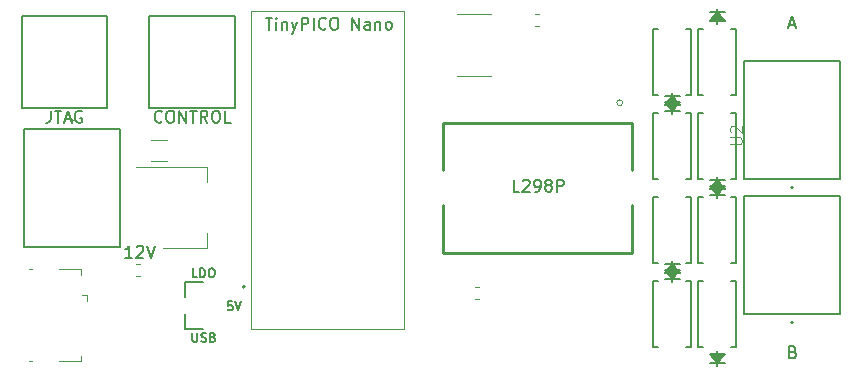
<source format=gbr>
%TF.GenerationSoftware,KiCad,Pcbnew,5.1.9-2.fc34*%
%TF.CreationDate,2021-04-30T18:49:43-07:00*%
%TF.ProjectId,motorbrainz,6d6f746f-7262-4726-9169-6e7a2e6b6963,1.0*%
%TF.SameCoordinates,Original*%
%TF.FileFunction,Legend,Top*%
%TF.FilePolarity,Positive*%
%FSLAX46Y46*%
G04 Gerber Fmt 4.6, Leading zero omitted, Abs format (unit mm)*
G04 Created by KiCad (PCBNEW 5.1.9-2.fc34) date 2021-04-30 18:49:43*
%MOMM*%
%LPD*%
G01*
G04 APERTURE LIST*
%ADD10C,0.150000*%
%ADD11C,0.120000*%
%ADD12C,0.200000*%
%ADD13C,0.254000*%
%ADD14C,0.100000*%
%ADD15C,0.127000*%
%ADD16C,0.152400*%
%ADD17C,0.015000*%
G04 APERTURE END LIST*
D10*
X110093142Y-111222285D02*
X109736000Y-111222285D01*
X109700285Y-111579428D01*
X109736000Y-111543714D01*
X109807428Y-111508000D01*
X109986000Y-111508000D01*
X110057428Y-111543714D01*
X110093142Y-111579428D01*
X110128857Y-111650857D01*
X110128857Y-111829428D01*
X110093142Y-111900857D01*
X110057428Y-111936571D01*
X109986000Y-111972285D01*
X109807428Y-111972285D01*
X109736000Y-111936571D01*
X109700285Y-111900857D01*
X110343142Y-111222285D02*
X110593142Y-111972285D01*
X110843142Y-111222285D01*
X107121785Y-109178285D02*
X106764642Y-109178285D01*
X106764642Y-108428285D01*
X107371785Y-109178285D02*
X107371785Y-108428285D01*
X107550357Y-108428285D01*
X107657500Y-108464000D01*
X107728928Y-108535428D01*
X107764642Y-108606857D01*
X107800357Y-108749714D01*
X107800357Y-108856857D01*
X107764642Y-108999714D01*
X107728928Y-109071142D01*
X107657500Y-109142571D01*
X107550357Y-109178285D01*
X107371785Y-109178285D01*
X108264642Y-108428285D02*
X108407500Y-108428285D01*
X108478928Y-108464000D01*
X108550357Y-108535428D01*
X108586071Y-108678285D01*
X108586071Y-108928285D01*
X108550357Y-109071142D01*
X108478928Y-109142571D01*
X108407500Y-109178285D01*
X108264642Y-109178285D01*
X108193214Y-109142571D01*
X108121785Y-109071142D01*
X108086071Y-108928285D01*
X108086071Y-108678285D01*
X108121785Y-108535428D01*
X108193214Y-108464000D01*
X108264642Y-108428285D01*
X106711071Y-113889285D02*
X106711071Y-114496428D01*
X106746785Y-114567857D01*
X106782500Y-114603571D01*
X106853928Y-114639285D01*
X106996785Y-114639285D01*
X107068214Y-114603571D01*
X107103928Y-114567857D01*
X107139642Y-114496428D01*
X107139642Y-113889285D01*
X107461071Y-114603571D02*
X107568214Y-114639285D01*
X107746785Y-114639285D01*
X107818214Y-114603571D01*
X107853928Y-114567857D01*
X107889642Y-114496428D01*
X107889642Y-114425000D01*
X107853928Y-114353571D01*
X107818214Y-114317857D01*
X107746785Y-114282142D01*
X107603928Y-114246428D01*
X107532500Y-114210714D01*
X107496785Y-114175000D01*
X107461071Y-114103571D01*
X107461071Y-114032142D01*
X107496785Y-113960714D01*
X107532500Y-113925000D01*
X107603928Y-113889285D01*
X107782500Y-113889285D01*
X107889642Y-113925000D01*
X108461071Y-114246428D02*
X108568214Y-114282142D01*
X108603928Y-114317857D01*
X108639642Y-114389285D01*
X108639642Y-114496428D01*
X108603928Y-114567857D01*
X108568214Y-114603571D01*
X108496785Y-114639285D01*
X108211071Y-114639285D01*
X108211071Y-113889285D01*
X108461071Y-113889285D01*
X108532500Y-113925000D01*
X108568214Y-113960714D01*
X108603928Y-114032142D01*
X108603928Y-114103571D01*
X108568214Y-114175000D01*
X108532500Y-114210714D01*
X108461071Y-114246428D01*
X108211071Y-114246428D01*
X101615952Y-107513380D02*
X101044523Y-107513380D01*
X101330238Y-107513380D02*
X101330238Y-106513380D01*
X101235000Y-106656238D01*
X101139761Y-106751476D01*
X101044523Y-106799095D01*
X101996904Y-106608619D02*
X102044523Y-106561000D01*
X102139761Y-106513380D01*
X102377857Y-106513380D01*
X102473095Y-106561000D01*
X102520714Y-106608619D01*
X102568333Y-106703857D01*
X102568333Y-106799095D01*
X102520714Y-106941952D01*
X101949285Y-107513380D01*
X102568333Y-107513380D01*
X102854047Y-106513380D02*
X103187380Y-107513380D01*
X103520714Y-106513380D01*
X157551428Y-115498571D02*
X157694285Y-115546190D01*
X157741904Y-115593809D01*
X157789523Y-115689047D01*
X157789523Y-115831904D01*
X157741904Y-115927142D01*
X157694285Y-115974761D01*
X157599047Y-116022380D01*
X157218095Y-116022380D01*
X157218095Y-115022380D01*
X157551428Y-115022380D01*
X157646666Y-115070000D01*
X157694285Y-115117619D01*
X157741904Y-115212857D01*
X157741904Y-115308095D01*
X157694285Y-115403333D01*
X157646666Y-115450952D01*
X157551428Y-115498571D01*
X157218095Y-115498571D01*
X157241904Y-87796666D02*
X157718095Y-87796666D01*
X157146666Y-88082380D02*
X157480000Y-87082380D01*
X157813333Y-88082380D01*
X134397952Y-101925380D02*
X133921761Y-101925380D01*
X133921761Y-100925380D01*
X134683666Y-101020619D02*
X134731285Y-100973000D01*
X134826523Y-100925380D01*
X135064619Y-100925380D01*
X135159857Y-100973000D01*
X135207476Y-101020619D01*
X135255095Y-101115857D01*
X135255095Y-101211095D01*
X135207476Y-101353952D01*
X134636047Y-101925380D01*
X135255095Y-101925380D01*
X135731285Y-101925380D02*
X135921761Y-101925380D01*
X136017000Y-101877761D01*
X136064619Y-101830142D01*
X136159857Y-101687285D01*
X136207476Y-101496809D01*
X136207476Y-101115857D01*
X136159857Y-101020619D01*
X136112238Y-100973000D01*
X136017000Y-100925380D01*
X135826523Y-100925380D01*
X135731285Y-100973000D01*
X135683666Y-101020619D01*
X135636047Y-101115857D01*
X135636047Y-101353952D01*
X135683666Y-101449190D01*
X135731285Y-101496809D01*
X135826523Y-101544428D01*
X136017000Y-101544428D01*
X136112238Y-101496809D01*
X136159857Y-101449190D01*
X136207476Y-101353952D01*
X136778904Y-101353952D02*
X136683666Y-101306333D01*
X136636047Y-101258714D01*
X136588428Y-101163476D01*
X136588428Y-101115857D01*
X136636047Y-101020619D01*
X136683666Y-100973000D01*
X136778904Y-100925380D01*
X136969380Y-100925380D01*
X137064619Y-100973000D01*
X137112238Y-101020619D01*
X137159857Y-101115857D01*
X137159857Y-101163476D01*
X137112238Y-101258714D01*
X137064619Y-101306333D01*
X136969380Y-101353952D01*
X136778904Y-101353952D01*
X136683666Y-101401571D01*
X136636047Y-101449190D01*
X136588428Y-101544428D01*
X136588428Y-101734904D01*
X136636047Y-101830142D01*
X136683666Y-101877761D01*
X136778904Y-101925380D01*
X136969380Y-101925380D01*
X137064619Y-101877761D01*
X137112238Y-101830142D01*
X137159857Y-101734904D01*
X137159857Y-101544428D01*
X137112238Y-101449190D01*
X137064619Y-101401571D01*
X136969380Y-101353952D01*
X137588428Y-101925380D02*
X137588428Y-100925380D01*
X137969380Y-100925380D01*
X138064619Y-100973000D01*
X138112238Y-101020619D01*
X138159857Y-101115857D01*
X138159857Y-101258714D01*
X138112238Y-101353952D01*
X138064619Y-101401571D01*
X137969380Y-101449190D01*
X137588428Y-101449190D01*
X112919547Y-87209380D02*
X113490976Y-87209380D01*
X113205261Y-88209380D02*
X113205261Y-87209380D01*
X113824309Y-88209380D02*
X113824309Y-87542714D01*
X113824309Y-87209380D02*
X113776690Y-87257000D01*
X113824309Y-87304619D01*
X113871928Y-87257000D01*
X113824309Y-87209380D01*
X113824309Y-87304619D01*
X114300500Y-87542714D02*
X114300500Y-88209380D01*
X114300500Y-87637952D02*
X114348119Y-87590333D01*
X114443357Y-87542714D01*
X114586214Y-87542714D01*
X114681452Y-87590333D01*
X114729071Y-87685571D01*
X114729071Y-88209380D01*
X115110023Y-87542714D02*
X115348119Y-88209380D01*
X115586214Y-87542714D02*
X115348119Y-88209380D01*
X115252880Y-88447476D01*
X115205261Y-88495095D01*
X115110023Y-88542714D01*
X115967166Y-88209380D02*
X115967166Y-87209380D01*
X116348119Y-87209380D01*
X116443357Y-87257000D01*
X116490976Y-87304619D01*
X116538595Y-87399857D01*
X116538595Y-87542714D01*
X116490976Y-87637952D01*
X116443357Y-87685571D01*
X116348119Y-87733190D01*
X115967166Y-87733190D01*
X116967166Y-88209380D02*
X116967166Y-87209380D01*
X118014785Y-88114142D02*
X117967166Y-88161761D01*
X117824309Y-88209380D01*
X117729071Y-88209380D01*
X117586214Y-88161761D01*
X117490976Y-88066523D01*
X117443357Y-87971285D01*
X117395738Y-87780809D01*
X117395738Y-87637952D01*
X117443357Y-87447476D01*
X117490976Y-87352238D01*
X117586214Y-87257000D01*
X117729071Y-87209380D01*
X117824309Y-87209380D01*
X117967166Y-87257000D01*
X118014785Y-87304619D01*
X118633833Y-87209380D02*
X118824309Y-87209380D01*
X118919547Y-87257000D01*
X119014785Y-87352238D01*
X119062404Y-87542714D01*
X119062404Y-87876047D01*
X119014785Y-88066523D01*
X118919547Y-88161761D01*
X118824309Y-88209380D01*
X118633833Y-88209380D01*
X118538595Y-88161761D01*
X118443357Y-88066523D01*
X118395738Y-87876047D01*
X118395738Y-87542714D01*
X118443357Y-87352238D01*
X118538595Y-87257000D01*
X118633833Y-87209380D01*
X120252880Y-88209380D02*
X120252880Y-87209380D01*
X120824309Y-88209380D01*
X120824309Y-87209380D01*
X121729071Y-88209380D02*
X121729071Y-87685571D01*
X121681452Y-87590333D01*
X121586214Y-87542714D01*
X121395738Y-87542714D01*
X121300500Y-87590333D01*
X121729071Y-88161761D02*
X121633833Y-88209380D01*
X121395738Y-88209380D01*
X121300500Y-88161761D01*
X121252880Y-88066523D01*
X121252880Y-87971285D01*
X121300500Y-87876047D01*
X121395738Y-87828428D01*
X121633833Y-87828428D01*
X121729071Y-87780809D01*
X122205261Y-87542714D02*
X122205261Y-88209380D01*
X122205261Y-87637952D02*
X122252880Y-87590333D01*
X122348119Y-87542714D01*
X122490976Y-87542714D01*
X122586214Y-87590333D01*
X122633833Y-87685571D01*
X122633833Y-88209380D01*
X123252880Y-88209380D02*
X123157642Y-88161761D01*
X123110023Y-88114142D01*
X123062404Y-88018904D01*
X123062404Y-87733190D01*
X123110023Y-87637952D01*
X123157642Y-87590333D01*
X123252880Y-87542714D01*
X123395738Y-87542714D01*
X123490976Y-87590333D01*
X123538595Y-87637952D01*
X123586214Y-87733190D01*
X123586214Y-88018904D01*
X123538595Y-88114142D01*
X123490976Y-88161761D01*
X123395738Y-88209380D01*
X123252880Y-88209380D01*
X104132380Y-95988142D02*
X104084761Y-96035761D01*
X103941904Y-96083380D01*
X103846666Y-96083380D01*
X103703809Y-96035761D01*
X103608571Y-95940523D01*
X103560952Y-95845285D01*
X103513333Y-95654809D01*
X103513333Y-95511952D01*
X103560952Y-95321476D01*
X103608571Y-95226238D01*
X103703809Y-95131000D01*
X103846666Y-95083380D01*
X103941904Y-95083380D01*
X104084761Y-95131000D01*
X104132380Y-95178619D01*
X104751428Y-95083380D02*
X104941904Y-95083380D01*
X105037142Y-95131000D01*
X105132380Y-95226238D01*
X105180000Y-95416714D01*
X105180000Y-95750047D01*
X105132380Y-95940523D01*
X105037142Y-96035761D01*
X104941904Y-96083380D01*
X104751428Y-96083380D01*
X104656190Y-96035761D01*
X104560952Y-95940523D01*
X104513333Y-95750047D01*
X104513333Y-95416714D01*
X104560952Y-95226238D01*
X104656190Y-95131000D01*
X104751428Y-95083380D01*
X105608571Y-96083380D02*
X105608571Y-95083380D01*
X106180000Y-96083380D01*
X106180000Y-95083380D01*
X106513333Y-95083380D02*
X107084761Y-95083380D01*
X106799047Y-96083380D02*
X106799047Y-95083380D01*
X107989523Y-96083380D02*
X107656190Y-95607190D01*
X107418095Y-96083380D02*
X107418095Y-95083380D01*
X107799047Y-95083380D01*
X107894285Y-95131000D01*
X107941904Y-95178619D01*
X107989523Y-95273857D01*
X107989523Y-95416714D01*
X107941904Y-95511952D01*
X107894285Y-95559571D01*
X107799047Y-95607190D01*
X107418095Y-95607190D01*
X108608571Y-95083380D02*
X108799047Y-95083380D01*
X108894285Y-95131000D01*
X108989523Y-95226238D01*
X109037142Y-95416714D01*
X109037142Y-95750047D01*
X108989523Y-95940523D01*
X108894285Y-96035761D01*
X108799047Y-96083380D01*
X108608571Y-96083380D01*
X108513333Y-96035761D01*
X108418095Y-95940523D01*
X108370476Y-95750047D01*
X108370476Y-95416714D01*
X108418095Y-95226238D01*
X108513333Y-95131000D01*
X108608571Y-95083380D01*
X109941904Y-96083380D02*
X109465714Y-96083380D01*
X109465714Y-95083380D01*
X94718333Y-95083380D02*
X94718333Y-95797666D01*
X94670714Y-95940523D01*
X94575476Y-96035761D01*
X94432619Y-96083380D01*
X94337380Y-96083380D01*
X95051666Y-95083380D02*
X95623095Y-95083380D01*
X95337380Y-96083380D02*
X95337380Y-95083380D01*
X95908809Y-95797666D02*
X96385000Y-95797666D01*
X95813571Y-96083380D02*
X96146904Y-95083380D01*
X96480238Y-96083380D01*
X97337380Y-95131000D02*
X97242142Y-95083380D01*
X97099285Y-95083380D01*
X96956428Y-95131000D01*
X96861190Y-95226238D01*
X96813571Y-95321476D01*
X96765952Y-95511952D01*
X96765952Y-95654809D01*
X96813571Y-95845285D01*
X96861190Y-95940523D01*
X96956428Y-96035761D01*
X97099285Y-96083380D01*
X97194523Y-96083380D01*
X97337380Y-96035761D01*
X97385000Y-95988142D01*
X97385000Y-95654809D01*
X97194523Y-95654809D01*
D11*
%TO.C,J2*%
X97816500Y-110695000D02*
X97366500Y-110695000D01*
X97816500Y-110695000D02*
X97816500Y-111145000D01*
X97266500Y-116295000D02*
X97266500Y-115845000D01*
X95416500Y-116295000D02*
X97266500Y-116295000D01*
X92866500Y-108495000D02*
X93116500Y-108495000D01*
X92866500Y-116295000D02*
X93116500Y-116295000D01*
X95416500Y-108495000D02*
X97266500Y-108495000D01*
X97266500Y-108495000D02*
X97266500Y-108945000D01*
D12*
%TO.C,J1*%
X92260000Y-94810000D02*
X99510000Y-94810000D01*
X92260000Y-87054000D02*
X92260000Y-94810000D01*
X99510000Y-87054000D02*
X92260000Y-87054000D01*
X99510000Y-94810000D02*
X99510000Y-87054000D01*
%TO.C,J7*%
X103055000Y-94810000D02*
X110305000Y-94810000D01*
X103055000Y-87054000D02*
X103055000Y-94810000D01*
X110305000Y-87054000D02*
X103055000Y-87054000D01*
X110305000Y-94810000D02*
X110305000Y-87054000D01*
%TO.C,J6*%
X111175000Y-109989500D02*
G75*
G03*
X111175000Y-109989500I-100000J0D01*
G01*
X106095000Y-113559500D02*
X106095000Y-112289500D01*
X106095000Y-113559500D02*
X107600000Y-113559500D01*
X106095000Y-109579500D02*
X106095000Y-110849500D01*
X106095000Y-109579500D02*
X107600000Y-109579500D01*
D11*
%TO.C,C2*%
X104597252Y-99335000D02*
X103174748Y-99335000D01*
X104597252Y-97515000D02*
X103174748Y-97515000D01*
%TO.C,C5*%
X131971748Y-92145000D02*
X129140252Y-92145000D01*
X131971748Y-86925000D02*
X129140252Y-86925000D01*
%TO.C,U1*%
X111640000Y-113598900D02*
X111640000Y-86598900D01*
X111640000Y-86598900D02*
X124640000Y-86598900D01*
X124640000Y-86598900D02*
X124640000Y-113598900D01*
X124640000Y-113598900D02*
X111640000Y-113598900D01*
D13*
%TO.C,U2*%
X143890000Y-107100000D02*
X127890000Y-107100000D01*
X127890000Y-107100000D02*
X127890000Y-103100000D01*
X127890000Y-100100000D02*
X127890000Y-96100000D01*
X127890000Y-96100000D02*
X143890000Y-96100000D01*
X143890000Y-107100000D02*
X143890000Y-103100000D01*
X143890000Y-100100000D02*
X143890000Y-96100000D01*
D14*
X143144000Y-94400000D02*
G75*
G03*
X143144000Y-94400000I-254000J0D01*
G01*
D11*
%TO.C,C4*%
X135749420Y-87886000D02*
X136030580Y-87886000D01*
X135749420Y-86866000D02*
X136030580Y-86866000D01*
%TO.C,U11*%
X107955000Y-106661000D02*
X107955000Y-105401000D01*
X107955000Y-99841000D02*
X107955000Y-101101000D01*
X104195000Y-106661000D02*
X107955000Y-106661000D01*
X101945000Y-99841000D02*
X107955000Y-99841000D01*
D15*
%TO.C,J3*%
X100620000Y-96600000D02*
X92420000Y-96600000D01*
X92420000Y-96600000D02*
X92420000Y-106600000D01*
X92420000Y-106600000D02*
X100620000Y-106600000D01*
X100620000Y-106600000D02*
X100620000Y-96600000D01*
D12*
X96620000Y-95900000D02*
G75*
G03*
X96620000Y-95900000I-100000J0D01*
G01*
D11*
%TO.C,C3*%
X130950580Y-109980000D02*
X130669420Y-109980000D01*
X130950580Y-111000000D02*
X130669420Y-111000000D01*
%TO.C,C1*%
X102248580Y-109095000D02*
X101967420Y-109095000D01*
X102248580Y-108075000D02*
X101967420Y-108075000D01*
D16*
%TO.C,U10*%
X147320000Y-108318300D02*
X147320000Y-109588300D01*
X146685000Y-109334300D02*
X147955000Y-109334300D01*
X147320000Y-109334300D02*
X146685000Y-108572300D01*
X147320000Y-109334300D02*
X146812000Y-108572300D01*
X147320000Y-109334300D02*
X146939000Y-108572300D01*
X147320000Y-109334300D02*
X147066000Y-108572300D01*
X147320000Y-109334300D02*
X147193000Y-108572300D01*
X147320000Y-109334300D02*
X147955000Y-108572300D01*
X147320000Y-109334300D02*
X147828000Y-108572300D01*
X147320000Y-109334300D02*
X147701000Y-108572300D01*
X147320000Y-109334300D02*
X147574000Y-108572300D01*
X147320000Y-109334300D02*
X147447000Y-108572300D01*
X146685000Y-108572300D02*
X147955000Y-108572300D01*
X148894800Y-107937300D02*
X148894800Y-102374700D01*
X148894800Y-102374700D02*
X148503640Y-102374700D01*
X145745200Y-102374700D02*
X145745200Y-107937300D01*
X145745200Y-107937300D02*
X146136360Y-107937300D01*
X148503640Y-107937300D02*
X148894800Y-107937300D01*
X146136360Y-102374700D02*
X145745200Y-102374700D01*
%TO.C,U9*%
X151130000Y-101993700D02*
X151130000Y-100723700D01*
X151765000Y-100977700D02*
X150495000Y-100977700D01*
X151130000Y-100977700D02*
X151765000Y-101739700D01*
X151130000Y-100977700D02*
X151638000Y-101739700D01*
X151130000Y-100977700D02*
X151511000Y-101739700D01*
X151130000Y-100977700D02*
X151384000Y-101739700D01*
X151130000Y-100977700D02*
X151257000Y-101739700D01*
X151130000Y-100977700D02*
X150495000Y-101739700D01*
X151130000Y-100977700D02*
X150622000Y-101739700D01*
X151130000Y-100977700D02*
X150749000Y-101739700D01*
X151130000Y-100977700D02*
X150876000Y-101739700D01*
X151130000Y-100977700D02*
X151003000Y-101739700D01*
X151765000Y-101739700D02*
X150495000Y-101739700D01*
X149555200Y-102374700D02*
X149555200Y-107937300D01*
X149555200Y-107937300D02*
X149946360Y-107937300D01*
X152704800Y-107937300D02*
X152704800Y-102374700D01*
X152704800Y-102374700D02*
X152313640Y-102374700D01*
X149946360Y-102374700D02*
X149555200Y-102374700D01*
X152313640Y-107937300D02*
X152704800Y-107937300D01*
%TO.C,U8*%
X147320000Y-109105700D02*
X147320000Y-107835700D01*
X147955000Y-108089700D02*
X146685000Y-108089700D01*
X147320000Y-108089700D02*
X147955000Y-108851700D01*
X147320000Y-108089700D02*
X147828000Y-108851700D01*
X147320000Y-108089700D02*
X147701000Y-108851700D01*
X147320000Y-108089700D02*
X147574000Y-108851700D01*
X147320000Y-108089700D02*
X147447000Y-108851700D01*
X147320000Y-108089700D02*
X146685000Y-108851700D01*
X147320000Y-108089700D02*
X146812000Y-108851700D01*
X147320000Y-108089700D02*
X146939000Y-108851700D01*
X147320000Y-108089700D02*
X147066000Y-108851700D01*
X147320000Y-108089700D02*
X147193000Y-108851700D01*
X147955000Y-108851700D02*
X146685000Y-108851700D01*
X145745200Y-109486700D02*
X145745200Y-115049300D01*
X145745200Y-115049300D02*
X146136360Y-115049300D01*
X148894800Y-115049300D02*
X148894800Y-109486700D01*
X148894800Y-109486700D02*
X148503640Y-109486700D01*
X146136360Y-109486700D02*
X145745200Y-109486700D01*
X148503640Y-115049300D02*
X148894800Y-115049300D01*
%TO.C,U7*%
X151130000Y-115430300D02*
X151130000Y-116700300D01*
X150495000Y-116446300D02*
X151765000Y-116446300D01*
X151130000Y-116446300D02*
X150495000Y-115684300D01*
X151130000Y-116446300D02*
X150622000Y-115684300D01*
X151130000Y-116446300D02*
X150749000Y-115684300D01*
X151130000Y-116446300D02*
X150876000Y-115684300D01*
X151130000Y-116446300D02*
X151003000Y-115684300D01*
X151130000Y-116446300D02*
X151765000Y-115684300D01*
X151130000Y-116446300D02*
X151638000Y-115684300D01*
X151130000Y-116446300D02*
X151511000Y-115684300D01*
X151130000Y-116446300D02*
X151384000Y-115684300D01*
X151130000Y-116446300D02*
X151257000Y-115684300D01*
X150495000Y-115684300D02*
X151765000Y-115684300D01*
X152704800Y-115049300D02*
X152704800Y-109486700D01*
X152704800Y-109486700D02*
X152313640Y-109486700D01*
X149555200Y-109486700D02*
X149555200Y-115049300D01*
X149555200Y-115049300D02*
X149946360Y-115049300D01*
X152313640Y-115049300D02*
X152704800Y-115049300D01*
X149946360Y-109486700D02*
X149555200Y-109486700D01*
%TO.C,U6*%
X147320000Y-94094300D02*
X147320000Y-95364300D01*
X146685000Y-95110300D02*
X147955000Y-95110300D01*
X147320000Y-95110300D02*
X146685000Y-94348300D01*
X147320000Y-95110300D02*
X146812000Y-94348300D01*
X147320000Y-95110300D02*
X146939000Y-94348300D01*
X147320000Y-95110300D02*
X147066000Y-94348300D01*
X147320000Y-95110300D02*
X147193000Y-94348300D01*
X147320000Y-95110300D02*
X147955000Y-94348300D01*
X147320000Y-95110300D02*
X147828000Y-94348300D01*
X147320000Y-95110300D02*
X147701000Y-94348300D01*
X147320000Y-95110300D02*
X147574000Y-94348300D01*
X147320000Y-95110300D02*
X147447000Y-94348300D01*
X146685000Y-94348300D02*
X147955000Y-94348300D01*
X148894800Y-93713300D02*
X148894800Y-88150700D01*
X148894800Y-88150700D02*
X148503640Y-88150700D01*
X145745200Y-88150700D02*
X145745200Y-93713300D01*
X145745200Y-93713300D02*
X146136360Y-93713300D01*
X148503640Y-93713300D02*
X148894800Y-93713300D01*
X146136360Y-88150700D02*
X145745200Y-88150700D01*
%TO.C,U5*%
X151130000Y-87769700D02*
X151130000Y-86499700D01*
X151765000Y-86753700D02*
X150495000Y-86753700D01*
X151130000Y-86753700D02*
X151765000Y-87515700D01*
X151130000Y-86753700D02*
X151638000Y-87515700D01*
X151130000Y-86753700D02*
X151511000Y-87515700D01*
X151130000Y-86753700D02*
X151384000Y-87515700D01*
X151130000Y-86753700D02*
X151257000Y-87515700D01*
X151130000Y-86753700D02*
X150495000Y-87515700D01*
X151130000Y-86753700D02*
X150622000Y-87515700D01*
X151130000Y-86753700D02*
X150749000Y-87515700D01*
X151130000Y-86753700D02*
X150876000Y-87515700D01*
X151130000Y-86753700D02*
X151003000Y-87515700D01*
X151765000Y-87515700D02*
X150495000Y-87515700D01*
X149555200Y-88150700D02*
X149555200Y-93713300D01*
X149555200Y-93713300D02*
X149946360Y-93713300D01*
X152704800Y-93713300D02*
X152704800Y-88150700D01*
X152704800Y-88150700D02*
X152313640Y-88150700D01*
X149946360Y-88150700D02*
X149555200Y-88150700D01*
X152313640Y-93713300D02*
X152704800Y-93713300D01*
%TO.C,U4*%
X147320000Y-94881700D02*
X147320000Y-93611700D01*
X147955000Y-93865700D02*
X146685000Y-93865700D01*
X147320000Y-93865700D02*
X147955000Y-94627700D01*
X147320000Y-93865700D02*
X147828000Y-94627700D01*
X147320000Y-93865700D02*
X147701000Y-94627700D01*
X147320000Y-93865700D02*
X147574000Y-94627700D01*
X147320000Y-93865700D02*
X147447000Y-94627700D01*
X147320000Y-93865700D02*
X146685000Y-94627700D01*
X147320000Y-93865700D02*
X146812000Y-94627700D01*
X147320000Y-93865700D02*
X146939000Y-94627700D01*
X147320000Y-93865700D02*
X147066000Y-94627700D01*
X147320000Y-93865700D02*
X147193000Y-94627700D01*
X147955000Y-94627700D02*
X146685000Y-94627700D01*
X145745200Y-95262700D02*
X145745200Y-100825300D01*
X145745200Y-100825300D02*
X146136360Y-100825300D01*
X148894800Y-100825300D02*
X148894800Y-95262700D01*
X148894800Y-95262700D02*
X148503640Y-95262700D01*
X146136360Y-95262700D02*
X145745200Y-95262700D01*
X148503640Y-100825300D02*
X148894800Y-100825300D01*
%TO.C,U3*%
X151130000Y-101206300D02*
X151130000Y-102476300D01*
X150495000Y-102222300D02*
X151765000Y-102222300D01*
X151130000Y-102222300D02*
X150495000Y-101460300D01*
X151130000Y-102222300D02*
X150622000Y-101460300D01*
X151130000Y-102222300D02*
X150749000Y-101460300D01*
X151130000Y-102222300D02*
X150876000Y-101460300D01*
X151130000Y-102222300D02*
X151003000Y-101460300D01*
X151130000Y-102222300D02*
X151765000Y-101460300D01*
X151130000Y-102222300D02*
X151638000Y-101460300D01*
X151130000Y-102222300D02*
X151511000Y-101460300D01*
X151130000Y-102222300D02*
X151384000Y-101460300D01*
X151130000Y-102222300D02*
X151257000Y-101460300D01*
X150495000Y-101460300D02*
X151765000Y-101460300D01*
X152704800Y-100825300D02*
X152704800Y-95262700D01*
X152704800Y-95262700D02*
X152313640Y-95262700D01*
X149555200Y-95262700D02*
X149555200Y-100825300D01*
X149555200Y-100825300D02*
X149946360Y-100825300D01*
X152313640Y-100825300D02*
X152704800Y-100825300D01*
X149946360Y-95262700D02*
X149555200Y-95262700D01*
D15*
%TO.C,J5*%
X153380000Y-112315000D02*
X161580000Y-112315000D01*
X161580000Y-112315000D02*
X161580000Y-102315000D01*
X161580000Y-102315000D02*
X153380000Y-102315000D01*
X153380000Y-102315000D02*
X153380000Y-112315000D01*
D12*
X157580000Y-113015000D02*
G75*
G03*
X157580000Y-113015000I-100000J0D01*
G01*
%TO.C,J4*%
X157580000Y-101585000D02*
G75*
G03*
X157580000Y-101585000I-100000J0D01*
G01*
D15*
X153380000Y-90885000D02*
X153380000Y-100885000D01*
X161580000Y-90885000D02*
X153380000Y-90885000D01*
X161580000Y-100885000D02*
X161580000Y-90885000D01*
X153380000Y-100885000D02*
X161580000Y-100885000D01*
%TO.C,U2*%
D17*
X152238634Y-97914701D02*
X153048648Y-97914701D01*
X153143944Y-97867053D01*
X153191592Y-97819405D01*
X153239240Y-97724109D01*
X153239240Y-97533518D01*
X153191592Y-97438222D01*
X153143944Y-97390574D01*
X153048648Y-97342926D01*
X152238634Y-97342926D01*
X152333929Y-96914095D02*
X152286282Y-96866447D01*
X152238634Y-96771151D01*
X152238634Y-96532912D01*
X152286282Y-96437616D01*
X152333929Y-96389968D01*
X152429225Y-96342320D01*
X152524521Y-96342320D01*
X152667465Y-96389968D01*
X153239240Y-96961743D01*
X153239240Y-96342320D01*
%TD*%
M02*

</source>
